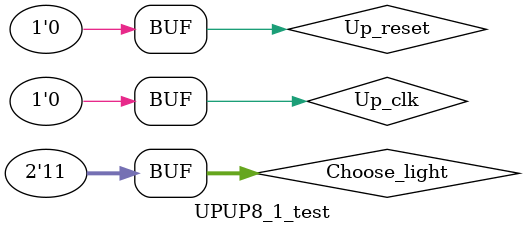
<source format=v>
`timescale 1ns / 1ps


module UPUP8_1_test;

	// Inputs
	reg Up_clk;
	reg Up_reset;
	reg [1:0] Choose_light;

	// Outputs
	wire [7:0] Digital_light;

	// Instantiate the Unit Under Test (UUT)
	Expetiment8_1_DigitalOutput uut (
		.Up_clk(Up_clk), 
		.Up_reset(Up_reset), 
		.Choose_light(Choose_light), 
		.Digital_light(Digital_light)
	);

	initial begin
		// Initialize Inputs
		Up_clk = 0;
		Up_reset = 0;
		Choose_light = 0;

		// Wait 100 ns for global reset to finish
		#100;
        
		// Add stimulus here
		#10;
		Up_reset = 1;
		#10;
		Up_reset = 0;
		#10;
		Up_reset = 1;
		#10;
		Up_reset = 0;
		
		#50;
		Up_clk = 1;
		#50;
		Up_clk = 0;
		#50;
		Up_clk = 1;
		#50;
		Up_clk = 0;
		#50;
		Up_clk = 1;
		#50;
		Up_clk = 0;
		
		#100;
		Choose_light = 2'b01;
		
		#100;
		Choose_light = 2'b10;
		
		#100;
		Choose_light = 2'b11;
		#50;
		Up_clk = 1;
		#50;
		Up_clk = 0;
		#50;
		Up_clk = 1;
		#50;
		Up_clk = 0;
		#50;
		Up_clk = 1;
		#50;
		Up_clk = 0;
		#50;
		Up_clk = 1;
		#50;
		Up_clk = 0;
		#50;
		Up_clk = 1;
		#50;
		Up_clk = 0;
		#50;
		Up_clk = 1;
		#50;
		Up_clk = 0;
		
	end
      
endmodule


</source>
